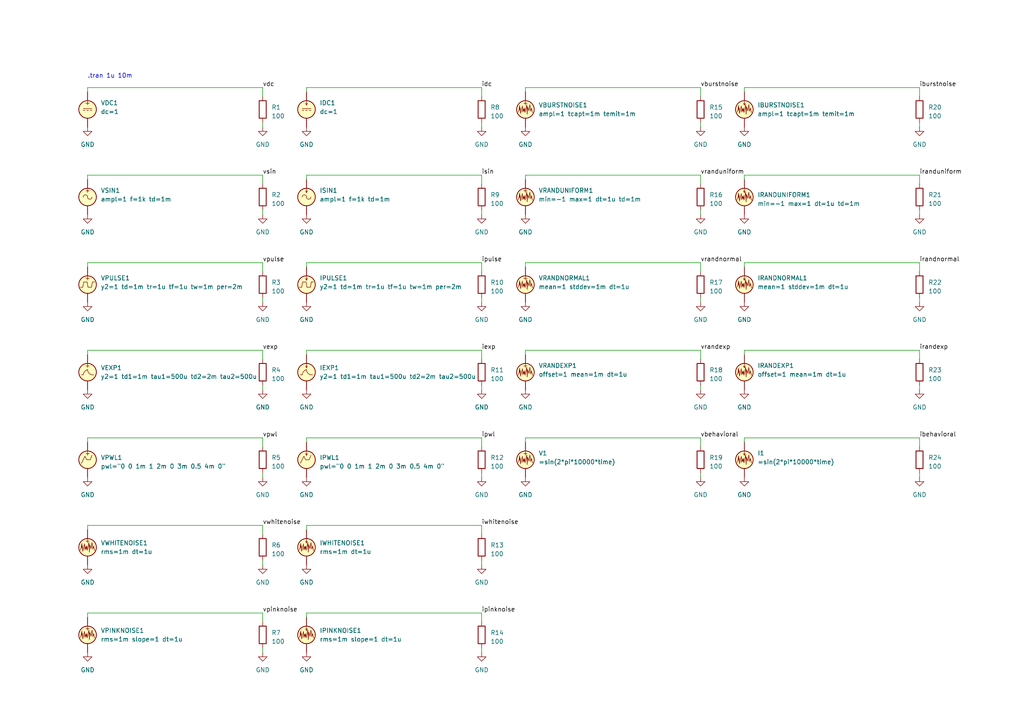
<source format=kicad_sch>
(kicad_sch (version 20220622) (generator eeschema)
  (paper "A4")
  (lib_symbols
    (symbol "Device:R" (pin_numbers hide) (pin_names (offset 0))
      (property "Reference" "R" (at 2.032 0 90))
      (property "Value" "R" (at 0 0 90))
      (symbol "R_0_1"
        (rectangle (start -1.016 -2.54) (end 1.016 2.54) (stroke (width 0.254)))
      )
      (symbol "R_1_1"
        (pin passive line (at 0 3.81 270) (length 1.27) (name "~") (number "1"))
        (pin passive line (at 0 -3.81 90) (length 1.27) (name "~") (number "2"))
      )
    )
    (symbol "Simulation_SPICE:IDC" (pin_numbers hide) (pin_names (offset 0.0254))
      (property "Reference" "I" (at 2.54 2.54 0))
      (property "Value" "IDC" (at 2.54 0 0))
      (property "Spice_Model" "dc(1)" (at 2.54 -2.54 0))
      (symbol "IDC_0_0"
        (polyline (pts (xy -1.27 0.254) (xy 1.27 0.254)))
        (polyline (pts (xy -0.762 -0.254) (xy -1.27 -0.254)))
        (polyline (pts (xy 0.254 -0.254) (xy -0.254 -0.254)))
        (polyline (pts (xy 1.27 -0.254) (xy 0.762 -0.254)))
      )
      (symbol "IDC_0_1"
        (polyline (pts (xy 0 1.27) (xy 0 2.286)))
        (polyline (pts (xy -0.254 1.778) (xy 0 1.27) (xy 0.254 1.778)))
        (circle (center 0 0) (radius 2.54) (stroke (width 0.254)) (fill (type background)))
      )
      (symbol "IDC_1_1"
        (pin passive line (at 0 5.08 270) (length 2.54) (name "~") (number "1"))
        (pin passive line (at 0 -5.08 90) (length 2.54) (name "~") (number "2"))
      )
    )
    (symbol "Simulation_SPICE:IEXP" (pin_numbers hide) (pin_names (offset 0.0254))
      (property "Reference" "I" (at 2.54 2.54 0))
      (property "Value" "IEXP" (at 2.54 0 0))
      (property "Spice_Model" "exp(0 1 2n 30n 60n 40n)" (at 2.54 -2.54 0))
      (symbol "IEXP_0_0"
        (polyline (pts (xy -1.27 -0.762) (xy -1.778 -0.762)))
        (polyline (pts (xy 1.27 -0.762) (xy 1.778 -0.762)))
        (arc (start 0 0.762) (mid -0.851 0.1794) (end -1.27 -0.762))
        (arc (start 0 0.762) (mid 0.3591 -0.2299) (end 1.27 -0.762))
      )
      (symbol "IEXP_0_1"
        (polyline (pts (xy 0 1.27) (xy 0 2.286)))
        (polyline (pts (xy -0.254 1.778) (xy 0 1.27) (xy 0.254 1.778)))
        (circle (center 0 0) (radius 2.54) (stroke (width 0.254)) (fill (type background)))
      )
      (symbol "IEXP_1_1"
        (pin passive line (at 0 5.08 270) (length 2.54) (name "~") (number "1"))
        (pin passive line (at 0 -5.08 90) (length 2.54) (name "~") (number "2"))
      )
    )
    (symbol "Simulation_SPICE:IPULSE" (pin_numbers hide) (pin_names (offset 0.0254))
      (property "Reference" "I" (at 2.54 2.54 0))
      (property "Value" "IPULSE" (at 2.54 0 0))
      (property "Spice_Model" "pulse(0 1 2n 2n 2n 50n 100n)" (at 2.54 -2.54 0))
      (symbol "IPULSE_0_0"
        (polyline (pts (xy -2.032 -0.762) (xy -1.397 -0.762) (xy -1.143 0.762) (xy -0.127 0.762) (xy 0.127 -0.762) (xy 1.143 -0.762) (xy 1.397 0.762) (xy 2.032 0.762)))
      )
      (symbol "IPULSE_0_1"
        (polyline (pts (xy 0 1.27) (xy 0 2.286)))
        (polyline (pts (xy -0.254 1.778) (xy 0 1.27) (xy 0.254 1.778)))
        (circle (center 0 0) (radius 2.54) (stroke (width 0.254)) (fill (type background)))
      )
      (symbol "IPULSE_1_1"
        (pin passive line (at 0 5.08 270) (length 2.54) (name "~") (number "1"))
        (pin passive line (at 0 -5.08 90) (length 2.54) (name "~") (number "2"))
      )
    )
    (symbol "Simulation_SPICE:IPWL" (pin_numbers hide) (pin_names (offset 0.0254))
      (property "Reference" "I" (at 2.54 2.54 0))
      (property "Value" "IPWL" (at 2.54 0 0))
      (property "Spice_Model" "pwl(0 -1 50n -1 51n 0 97n 1 171n -1 200n -1)" (at 2.54 -2.54 0))
      (symbol "IPWL_0_0"
        (polyline (pts (xy -1.778 -1.016) (xy -0.762 1.016) (xy -0.254 0) (xy 0.762 0) (xy 1.27 1.27)))
      )
      (symbol "IPWL_0_1"
        (polyline (pts (xy 0 1.27) (xy 0 2.286)))
        (polyline (pts (xy -0.254 1.778) (xy 0 1.27) (xy 0.254 1.778)))
        (circle (center 0 0) (radius 2.54) (stroke (width 0.254)) (fill (type background)))
      )
      (symbol "IPWL_1_1"
        (pin passive line (at 0 5.08 270) (length 2.54) (name "~") (number "1"))
        (pin passive line (at 0 -5.08 90) (length 2.54) (name "~") (number "2"))
      )
    )
    (symbol "Simulation_SPICE:ISIN" (pin_numbers hide) (pin_names (offset 0.0254))
      (property "Reference" "I" (at 2.54 2.54 0))
      (property "Value" "ISIN" (at 2.54 0 0))
      (property "Spice_Model" "sin(0 1 1k)" (at 2.54 -2.54 0))
      (symbol "ISIN_0_0"
        (arc (start 0 0) (mid -0.635 0.635) (end -1.27 0))
        (arc (start 0 0) (mid 0.635 -0.635) (end 1.27 0))
      )
      (symbol "ISIN_0_1"
        (polyline (pts (xy 0 1.27) (xy 0 2.286)))
        (polyline (pts (xy -0.254 1.778) (xy 0 1.27) (xy 0.254 1.778)))
        (circle (center 0 0) (radius 2.54) (stroke (width 0.254)) (fill (type background)))
      )
      (symbol "ISIN_1_1"
        (pin passive line (at 0 5.08 270) (length 2.54) (name "~") (number "1"))
        (pin passive line (at 0 -5.08 90) (length 2.54) (name "~") (number "2"))
      )
    )
    (symbol "Simulation_SPICE:ITRNOISE" (pin_numbers hide) (pin_names (offset 0.0254))
      (property "Reference" "I" (at 2.54 2.54 0))
      (property "Value" "ITRNOISE" (at 2.54 0 0))
      (property "Spice_Model" "trnoise(20n 0.5n 0 0)" (at 2.54 -2.54 0))
      (symbol "ITRNOISE_0_1"
        (polyline (pts (xy 0 1.27) (xy 0 2.286)))
        (polyline (pts (xy -0.254 1.778) (xy 0 1.27) (xy 0.254 1.778)))
        (polyline (pts (xy -2.032 -0.762) (xy -1.651 1.143) (xy -1.651 -0.254) (xy -1.524 0.508) (xy -1.397 -1.143) (xy -0.889 1.016) (xy -0.762 -0.762) (xy -0.508 0.254) (xy -0.381 -0.508) (xy -0.254 0.381) (xy -0.127 -0.889) (xy 0.381 1.397) (xy 0.508 -1.397) (xy 0.635 0.762) (xy 1.016 -0.381) (xy 1.27 1.397) (xy 1.524 -0.508) (xy 1.778 0.381) (xy 2.032 -0.889)))
        (circle (center 0 0) (radius 2.54) (stroke (width 0.254)) (fill (type background)))
      )
      (symbol "ITRNOISE_1_1"
        (pin passive line (at 0 5.08 270) (length 2.54) (name "~") (number "1"))
        (pin passive line (at 0 -5.08 90) (length 2.54) (name "~") (number "2"))
      )
    )
    (symbol "Simulation_SPICE:ITRRANDOM" (pin_numbers hide) (pin_names (offset 0.0254))
      (property "Reference" "I" (at 2.54 2.54 0))
      (property "Value" "ITRRANDOM" (at 2.54 0 0))
      (property "Spice_Model" "trrandom(2 10m 0 1)" (at 2.54 -2.54 0))
      (symbol "ITRRANDOM_0_1"
        (polyline (pts (xy 0 1.27) (xy 0 2.286)))
        (polyline (pts (xy -0.254 1.778) (xy 0 1.27) (xy 0.254 1.778)))
        (polyline (pts (xy -2.032 -0.762) (xy -1.651 1.143) (xy -1.651 -0.254) (xy -1.524 0.508) (xy -1.397 -1.143) (xy -0.889 1.016) (xy -0.762 -0.762) (xy -0.508 0.254) (xy -0.381 -0.508) (xy -0.254 0.381) (xy -0.127 -0.889) (xy 0.381 1.397) (xy 0.508 -1.397) (xy 0.635 0.762) (xy 1.016 -0.381) (xy 1.27 1.397) (xy 1.524 -0.508) (xy 1.778 0.381) (xy 2.032 -0.889)))
        (circle (center 0 0) (radius 2.54) (stroke (width 0.254)) (fill (type background)))
      )
      (symbol "ITRRANDOM_1_1"
        (pin passive line (at 0 5.08 270) (length 2.54) (name "~") (number "1"))
        (pin passive line (at 0 -5.08 90) (length 2.54) (name "~") (number "2"))
      )
    )
    (symbol "Simulation_SPICE:VDC" (pin_numbers hide) (pin_names (offset 0.0254))
      (property "Reference" "V" (at 2.54 2.54 0))
      (property "Value" "VDC" (at 2.54 0 0))
      (property "Spice_Model" "dc(1)" (at 2.54 -2.54 0))
      (symbol "VDC_0_0"
        (polyline (pts (xy -1.27 0.254) (xy 1.27 0.254)))
        (polyline (pts (xy -0.762 -0.254) (xy -1.27 -0.254)))
        (polyline (pts (xy 0.254 -0.254) (xy -0.254 -0.254)))
        (polyline (pts (xy 1.27 -0.254) (xy 0.762 -0.254)))
        (text "+" (at 0 1.905 0) (effects (font (size 1.27 1.27))))
      )
      (symbol "VDC_0_1"
        (circle (center 0 0) (radius 2.54) (stroke (width 0.254)) (fill (type background)))
      )
      (symbol "VDC_1_1"
        (pin passive line (at 0 5.08 270) (length 2.54) (name "~") (number "1"))
        (pin passive line (at 0 -5.08 90) (length 2.54) (name "~") (number "2"))
      )
    )
    (symbol "Simulation_SPICE:VEXP" (pin_numbers hide) (pin_names (offset 0.0254))
      (property "Reference" "V" (at 2.54 2.54 0))
      (property "Value" "VEXP" (at 2.54 0 0))
      (property "Spice_Model" "exp(0 1 2n 30n 60n 40n)" (at 2.54 -2.54 0))
      (symbol "VEXP_0_0"
        (polyline (pts (xy -1.27 -0.762) (xy -1.778 -0.762)))
        (polyline (pts (xy 1.27 -0.762) (xy 1.778 -0.762)))
        (arc (start 0 0.762) (mid -0.851 0.1794) (end -1.27 -0.762))
        (arc (start 0 0.762) (mid 0.3591 -0.2299) (end 1.27 -0.762))
        (text "+" (at 0 1.905 0) (effects (font (size 1.27 1.27))))
      )
      (symbol "VEXP_0_1"
        (circle (center 0 0) (radius 2.54) (stroke (width 0.254)) (fill (type background)))
      )
      (symbol "VEXP_1_1"
        (pin passive line (at 0 5.08 270) (length 2.54) (name "~") (number "1"))
        (pin passive line (at 0 -5.08 90) (length 2.54) (name "~") (number "2"))
      )
    )
    (symbol "Simulation_SPICE:VPULSE" (pin_numbers hide) (pin_names (offset 0.0254))
      (property "Reference" "V" (at 2.54 2.54 0))
      (property "Value" "VPULSE" (at 2.54 0 0))
      (property "Spice_Model" "pulse(0 1 2n 2n 2n 50n 100n)" (at 2.54 -2.54 0))
      (symbol "VPULSE_0_0"
        (polyline (pts (xy -2.032 -0.762) (xy -1.397 -0.762) (xy -1.143 0.762) (xy -0.127 0.762) (xy 0.127 -0.762) (xy 1.143 -0.762) (xy 1.397 0.762) (xy 2.032 0.762)))
        (text "+" (at 0 1.905 0) (effects (font (size 1.27 1.27))))
      )
      (symbol "VPULSE_0_1"
        (circle (center 0 0) (radius 2.54) (stroke (width 0.254)) (fill (type background)))
      )
      (symbol "VPULSE_1_1"
        (pin passive line (at 0 5.08 270) (length 2.54) (name "~") (number "1"))
        (pin passive line (at 0 -5.08 90) (length 2.54) (name "~") (number "2"))
      )
    )
    (symbol "Simulation_SPICE:VPWL" (pin_numbers hide) (pin_names (offset 0.0254))
      (property "Reference" "V" (at 2.54 2.54 0))
      (property "Value" "VPWL" (at 2.54 0 0))
      (property "Spice_Model" "pwl(0 -1 50n -1 51n 0 97n 1 171n -1 200n -1)" (at 2.54 -2.54 0))
      (symbol "VPWL_0_0"
        (polyline (pts (xy -1.778 -1.016) (xy -0.762 1.016) (xy -0.254 0) (xy 0.762 0) (xy 1.27 1.27)))
        (text "+" (at 0 1.905 0) (effects (font (size 1.27 1.27))))
      )
      (symbol "VPWL_0_1"
        (circle (center 0 0) (radius 2.54) (stroke (width 0.254)) (fill (type background)))
      )
      (symbol "VPWL_1_1"
        (pin passive line (at 0 5.08 270) (length 2.54) (name "~") (number "1"))
        (pin passive line (at 0 -5.08 90) (length 2.54) (name "~") (number "2"))
      )
    )
    (symbol "Simulation_SPICE:VSIN" (pin_numbers hide) (pin_names (offset 0.0254))
      (property "Reference" "V" (at 2.54 2.54 0))
      (property "Value" "VSIN" (at 2.54 0 0))
      (property "Spice_Model" "sin(0 1 1k)" (at 2.54 -2.54 0))
      (symbol "VSIN_0_0"
        (arc (start 0 0) (mid -0.635 0.635) (end -1.27 0))
        (arc (start 0 0) (mid 0.635 -0.635) (end 1.27 0))
        (text "+" (at 0 1.905 0) (effects (font (size 1.27 1.27))))
      )
      (symbol "VSIN_0_1"
        (circle (center 0 0) (radius 2.54) (stroke (width 0.254)) (fill (type background)))
      )
      (symbol "VSIN_1_1"
        (pin passive line (at 0 5.08 270) (length 2.54) (name "~") (number "1"))
        (pin passive line (at 0 -5.08 90) (length 2.54) (name "~") (number "2"))
      )
    )
    (symbol "Simulation_SPICE:VTRNOISE" (pin_numbers hide) (pin_names (offset 0.0254))
      (property "Reference" "V" (at 2.54 2.54 0))
      (property "Value" "VTRNOISE" (at 2.54 0 0))
      (property "Spice_Model" "trnoise(20n 0.5n 0 0)" (at 2.54 -2.54 0))
      (symbol "VTRNOISE_0_0"
        (text "+" (at 0 1.905 0) (effects (font (size 1.27 1.27))))
      )
      (symbol "VTRNOISE_0_1"
        (polyline (pts (xy -2.032 -0.762) (xy -1.651 1.143) (xy -1.651 -0.254) (xy -1.524 0.508) (xy -1.397 -1.143) (xy -0.889 1.016) (xy -0.762 -0.762) (xy -0.508 0.254) (xy -0.381 -0.508) (xy -0.254 0.381) (xy -0.127 -0.889) (xy 0.381 1.397) (xy 0.508 -1.397) (xy 0.635 0.762) (xy 1.016 -0.381) (xy 1.27 1.397) (xy 1.524 -0.508) (xy 1.778 0.381) (xy 2.032 -0.889)))
        (circle (center 0 0) (radius 2.54) (stroke (width 0.254)) (fill (type background)))
      )
      (symbol "VTRNOISE_1_1"
        (pin passive line (at 0 5.08 270) (length 2.54) (name "~") (number "1"))
        (pin passive line (at 0 -5.08 90) (length 2.54) (name "~") (number "2"))
      )
    )
    (symbol "Simulation_SPICE:VTRRANDOM" (pin_numbers hide) (pin_names (offset 0.0254))
      (property "Reference" "V" (at 2.54 2.54 0))
      (property "Value" "VTRRANDOM" (at 2.54 0 0))
      (property "Spice_Model" "trrandom(2 10m 0 1)" (at 2.54 -2.54 0))
      (symbol "VTRRANDOM_0_0"
        (text "+" (at 0 1.905 0) (effects (font (size 1.27 1.27))))
      )
      (symbol "VTRRANDOM_0_1"
        (polyline (pts (xy -2.032 -0.762) (xy -1.651 1.143) (xy -1.651 -0.254) (xy -1.524 0.508) (xy -1.397 -1.143) (xy -0.889 1.016) (xy -0.762 -0.762) (xy -0.508 0.254) (xy -0.381 -0.508) (xy -0.254 0.381) (xy -0.127 -0.889) (xy 0.381 1.397) (xy 0.508 -1.397) (xy 0.635 0.762) (xy 1.016 -0.381) (xy 1.27 1.397) (xy 1.524 -0.508) (xy 1.778 0.381) (xy 2.032 -0.889)))
        (circle (center 0 0) (radius 2.54) (stroke (width 0.254)) (fill (type background)))
      )
      (symbol "VTRRANDOM_1_1"
        (pin passive line (at 0 5.08 270) (length 2.54) (name "~") (number "1"))
        (pin passive line (at 0 -5.08 90) (length 2.54) (name "~") (number "2"))
      )
    )
    (symbol "power:GND" (power) (pin_names (offset 0))
      (property "Value" "GND" (at 0 -3.81 0))
      (symbol "GND_0_1"
        (polyline (pts (xy 0 0) (xy 0 -1.27) (xy 1.27 -1.27) (xy 0 -2.54) (xy -1.27 -1.27) (xy 0 -1.27)))
      )
      (symbol "GND_1_1"
        (pin power_in line (at 0 0 270) (length 0) hide (name "GND") (number "1"))
      )
    )
  )
  (wire (pts (xy 215.9 25.4) (xy 266.7 25.4)))
  (wire (pts (xy 76.2 127) (xy 76.2 129.54)))
  (wire (pts (xy 266.7 60.96) (xy 266.7 62.23)))
  (wire (pts (xy 266.7 50.8) (xy 266.7 53.34)))
  (wire (pts (xy 203.2 25.4) (xy 203.2 27.94)))
  (wire (pts (xy 203.2 86.36) (xy 203.2 87.63)))
  (wire (pts (xy 139.7 60.96) (xy 139.7 62.23)))
  (wire (pts (xy 76.2 111.76) (xy 76.2 113.03)))
  (wire (pts (xy 88.9 25.4) (xy 88.9 26.67)))
  (wire (pts (xy 203.2 137.16) (xy 203.2 138.43)))
  (wire (pts (xy 76.2 76.2) (xy 76.2 78.74)))
  (wire (pts (xy 139.7 162.56) (xy 139.7 163.83)))
  (wire (pts (xy 139.7 101.6) (xy 139.7 104.14)))
  (wire (pts (xy 76.2 86.36) (xy 76.2 87.63)))
  (wire (pts (xy 215.9 76.2) (xy 266.7 76.2)))
  (wire (pts (xy 88.9 50.8) (xy 139.7 50.8)))
  (wire (pts (xy 25.4 152.4) (xy 76.2 152.4)))
  (wire (pts (xy 76.2 162.56) (xy 76.2 163.83)))
  (wire (pts (xy 215.9 25.4) (xy 215.9 26.67)))
  (wire (pts (xy 76.2 101.6) (xy 76.2 104.14)))
  (wire (pts (xy 25.4 101.6) (xy 25.4 102.87)))
  (wire (pts (xy 76.2 177.8) (xy 76.2 180.34)))
  (wire (pts (xy 215.9 101.6) (xy 266.7 101.6)))
  (wire (pts (xy 139.7 25.4) (xy 139.7 27.94)))
  (wire (pts (xy 88.9 177.8) (xy 88.9 179.07)))
  (wire (pts (xy 139.7 35.56) (xy 139.7 36.83)))
  (wire (pts (xy 25.4 177.8) (xy 76.2 177.8)))
  (wire (pts (xy 76.2 50.8) (xy 76.2 53.34)))
  (wire (pts (xy 76.2 137.16) (xy 76.2 138.43)))
  (wire (pts (xy 88.9 152.4) (xy 88.9 153.67)))
  (wire (pts (xy 152.4 25.4) (xy 203.2 25.4)))
  (wire (pts (xy 152.4 25.4) (xy 152.4 26.67)))
  (wire (pts (xy 152.4 76.2) (xy 203.2 76.2)))
  (wire (pts (xy 215.9 101.6) (xy 215.9 102.87)))
  (wire (pts (xy 25.4 76.2) (xy 76.2 76.2)))
  (wire (pts (xy 203.2 50.8) (xy 203.2 53.34)))
  (wire (pts (xy 25.4 25.4) (xy 25.4 26.67)))
  (wire (pts (xy 88.9 76.2) (xy 88.9 77.47)))
  (wire (pts (xy 266.7 111.76) (xy 266.7 113.03)))
  (wire (pts (xy 152.4 101.6) (xy 203.2 101.6)))
  (wire (pts (xy 139.7 111.76) (xy 139.7 113.03)))
  (wire (pts (xy 203.2 111.76) (xy 203.2 113.03)))
  (wire (pts (xy 215.9 127) (xy 266.7 127)))
  (wire (pts (xy 88.9 50.8) (xy 88.9 52.07)))
  (wire (pts (xy 76.2 152.4) (xy 76.2 154.94)))
  (wire (pts (xy 266.7 86.36) (xy 266.7 87.63)))
  (wire (pts (xy 203.2 35.56) (xy 203.2 36.83)))
  (wire (pts (xy 152.4 101.6) (xy 152.4 102.87)))
  (wire (pts (xy 139.7 127) (xy 139.7 129.54)))
  (wire (pts (xy 139.7 177.8) (xy 139.7 180.34)))
  (wire (pts (xy 139.7 137.16) (xy 139.7 138.43)))
  (wire (pts (xy 152.4 127) (xy 203.2 127)))
  (wire (pts (xy 88.9 177.8) (xy 139.7 177.8)))
  (wire (pts (xy 25.4 127) (xy 25.4 128.27)))
  (wire (pts (xy 139.7 187.96) (xy 139.7 189.23)))
  (wire (pts (xy 266.7 35.56) (xy 266.7 36.83)))
  (wire (pts (xy 266.7 127) (xy 266.7 129.54)))
  (wire (pts (xy 152.4 50.8) (xy 203.2 50.8)))
  (wire (pts (xy 139.7 86.36) (xy 139.7 87.63)))
  (wire (pts (xy 76.2 25.4) (xy 76.2 27.94)))
  (wire (pts (xy 215.9 50.8) (xy 215.9 52.07)))
  (wire (pts (xy 203.2 76.2) (xy 203.2 78.74)))
  (wire (pts (xy 152.4 50.8) (xy 152.4 52.07)))
  (wire (pts (xy 88.9 25.4) (xy 139.7 25.4)))
  (wire (pts (xy 215.9 76.2) (xy 215.9 77.47)))
  (wire (pts (xy 88.9 127) (xy 139.7 127)))
  (wire (pts (xy 25.4 177.8) (xy 25.4 179.07)))
  (wire (pts (xy 139.7 50.8) (xy 139.7 53.34)))
  (wire (pts (xy 88.9 101.6) (xy 139.7 101.6)))
  (wire (pts (xy 266.7 137.16) (xy 266.7 138.43)))
  (wire (pts (xy 152.4 127) (xy 152.4 128.27)))
  (wire (pts (xy 25.4 101.6) (xy 76.2 101.6)))
  (wire (pts (xy 25.4 50.8) (xy 25.4 52.07)))
  (wire (pts (xy 76.2 60.96) (xy 76.2 62.23)))
  (wire (pts (xy 139.7 152.4) (xy 139.7 154.94)))
  (wire (pts (xy 152.4 76.2) (xy 152.4 77.47)))
  (wire (pts (xy 215.9 50.8) (xy 266.7 50.8)))
  (wire (pts (xy 266.7 25.4) (xy 266.7 27.94)))
  (wire (pts (xy 88.9 152.4) (xy 139.7 152.4)))
  (wire (pts (xy 76.2 187.96) (xy 76.2 189.23)))
  (wire (pts (xy 76.2 35.56) (xy 76.2 36.83)))
  (wire (pts (xy 25.4 25.4) (xy 76.2 25.4)))
  (wire (pts (xy 203.2 60.96) (xy 203.2 62.23)))
  (wire (pts (xy 88.9 101.6) (xy 88.9 102.87)))
  (wire (pts (xy 25.4 127) (xy 76.2 127)))
  (wire (pts (xy 203.2 127) (xy 203.2 129.54)))
  (wire (pts (xy 266.7 101.6) (xy 266.7 104.14)))
  (wire (pts (xy 266.7 76.2) (xy 266.7 78.74)))
  (wire (pts (xy 25.4 76.2) (xy 25.4 77.47)))
  (wire (pts (xy 88.9 76.2) (xy 139.7 76.2)))
  (wire (pts (xy 25.4 152.4) (xy 25.4 153.67)))
  (wire (pts (xy 203.2 101.6) (xy 203.2 104.14)))
  (wire (pts (xy 139.7 76.2) (xy 139.7 78.74)))
  (wire (pts (xy 88.9 127) (xy 88.9 128.27)))
  (wire (pts (xy 25.4 50.8) (xy 76.2 50.8)))
  (wire (pts (xy 215.9 127) (xy 215.9 128.27)))
  (text ".tran 1u 10m" (at 25.4 22.86 0) (effects (font (size 1.27 1.27)) (justify left bottom)))
  (label "vranduniform" (at 203.2 50.8 0))
  (label "irandnormal" (at 266.7 76.2 0))
  (label "irandexp" (at 266.7 101.6 0))
  (label "iranduniform" (at 266.7 50.8 0))
  (label "vpinknoise" (at 76.2 177.8 0))
  (label "vbehavioral" (at 203.2 127 0))
  (label "vpulse" (at 76.2 76.2 0))
  (label "iburstnoise" (at 266.7 25.4 0))
  (label "vpwl" (at 76.2 127 0))
  (label "vwhitenoise" (at 76.2 152.4 0))
  (label "ibehavioral" (at 266.7 127 0))
  (label "ipwl" (at 139.7 127 0))
  (label "idc" (at 139.7 25.4 0))
  (label "vsin" (at 76.2 50.8 0))
  (label "vdc" (at 76.2 25.4 0))
  (label "isin" (at 139.7 50.8 0))
  (label "vburstnoise" (at 203.2 25.4 0))
  (label "iwhitenoise" (at 139.7 152.4 0))
  (label "vrandexp" (at 203.2 101.6 0))
  (label "vexp" (at 76.2 101.6 0))
  (label "ipulse" (at 139.7 76.2 0))
  (label "ipinknoise" (at 139.7 177.8 0))
  (label "iexp" (at 139.7 101.6 0))
  (label "vrandnormal" (at 203.2 76.2 0))
  (symbol (lib_id "Device:R") (at 76.2 184.15 0) (unit 1)
    (default_instance (reference "R") (unit 1) (value "R") (footprint ""))
    (property "Reference" "R7" (at 78.74 183.515 0) (effects (justify left)))
    (property "Value" "100" (at 78.74 186.055 0) (effects (justify left)))
  )
  (symbol (lib_id "power:GND") (at 76.2 189.23 0) (unit 1)
    (default_instance (reference "#PWR") (unit 1) (value "GND") (footprint ""))
    (property "Reference" "#PWR014" (effects hide))
    (property "Value" "GND" (at 76.2 194.31 0))
  )
  (symbol (lib_id "Simulation_SPICE:VTRNOISE") (at 25.4 158.75 0) (unit 1)
    (default_instance (reference "V") (unit 1) (value "VTRNOISE") (footprint ""))
    (property "Reference" "VWHITENOISE1" (at 29.21 157.48 0) (effects (justify left)))
    (property "Value" "rms=1m dt=1u" (at 29.21 160.02 0) (effects (justify left)))
  )
  (symbol (lib_id "power:GND") (at 76.2 36.83 0) (unit 1)
    (default_instance (reference "#PWR") (unit 1) (value "GND") (footprint ""))
    (property "Reference" "#PWR08" (effects hide))
    (property "Value" "GND" (at 76.2 41.91 0))
  )
  (symbol (lib_id "Simulation_SPICE:VSIN") (at 25.4 57.15 0) (unit 1)
    (default_instance (reference "V") (unit 1) (value "VSIN") (footprint ""))
    (property "Reference" "VSIN1" (at 29.21 55.245 0) (effects (justify left)))
    (property "Value" "ampl=1 f=1k td=1m" (at 29.21 57.785 0) (effects (justify left)))
  )
  (symbol (lib_id "Device:R") (at 76.2 57.15 0) (unit 1)
    (default_instance (reference "R") (unit 1) (value "R") (footprint ""))
    (property "Reference" "R2" (at 78.74 56.515 0) (effects (justify left)))
    (property "Value" "100" (at 78.74 59.055 0) (effects (justify left)))
  )
  (symbol (lib_id "Device:R") (at 266.7 82.55 0) (unit 1)
    (default_instance (reference "R") (unit 1) (value "R") (footprint ""))
    (property "Reference" "R22" (at 269.24 81.915 0) (effects (justify left)))
    (property "Value" "100" (at 269.24 84.455 0) (effects (justify left)))
  )
  (symbol (lib_id "power:GND") (at 139.7 113.03 0) (unit 1)
    (default_instance (reference "#PWR") (unit 1) (value "GND") (footprint ""))
    (property "Reference" "#PWR025" (effects hide))
    (property "Value" "GND" (at 139.7 118.11 0))
  )
  (symbol (lib_id "Device:R") (at 139.7 57.15 0) (unit 1)
    (default_instance (reference "R") (unit 1) (value "R") (footprint ""))
    (property "Reference" "R9" (at 142.24 56.515 0) (effects (justify left)))
    (property "Value" "100" (at 142.24 59.055 0) (effects (justify left)))
  )
  (symbol (lib_id "power:GND") (at 139.7 62.23 0) (unit 1)
    (default_instance (reference "#PWR") (unit 1) (value "GND") (footprint ""))
    (property "Reference" "#PWR023" (effects hide))
    (property "Value" "GND" (at 139.7 67.31 0))
  )
  (symbol (lib_id "Device:R") (at 76.2 107.95 0) (unit 1)
    (default_instance (reference "R") (unit 1) (value "R") (footprint ""))
    (property "Reference" "R4" (at 78.74 107.315 0) (effects (justify left)))
    (property "Value" "100" (at 78.74 109.855 0) (effects (justify left)))
  )
  (symbol (lib_id "power:GND") (at 266.7 113.03 0) (unit 1)
    (default_instance (reference "#PWR") (unit 1) (value "GND") (footprint ""))
    (property "Reference" "#PWR047" (effects hide))
    (property "Value" "GND" (at 266.7 118.11 0))
  )
  (symbol (lib_id "power:GND") (at 25.4 163.83 0) (unit 1)
    (default_instance (reference "#PWR") (unit 1) (value "GND") (footprint ""))
    (property "Reference" "#PWR06" (effects hide))
    (property "Value" "GND" (at 25.4 168.91 0))
  )
  (symbol (lib_id "power:GND") (at 215.9 87.63 0) (unit 1)
    (default_instance (reference "#PWR") (unit 1) (value "GND") (footprint ""))
    (property "Reference" "#PWR041" (effects hide))
    (property "Value" "GND" (at 215.9 92.71 0))
  )
  (symbol (lib_id "Device:R") (at 139.7 184.15 0) (unit 1)
    (default_instance (reference "R") (unit 1) (value "R") (footprint ""))
    (property "Reference" "R14" (at 142.24 183.515 0) (effects (justify left)))
    (property "Value" "100" (at 142.24 186.055 0) (effects (justify left)))
  )
  (symbol (lib_id "Device:R") (at 139.7 82.55 0) (unit 1)
    (default_instance (reference "R") (unit 1) (value "R") (footprint ""))
    (property "Reference" "R10" (at 142.24 81.915 0) (effects (justify left)))
    (property "Value" "100" (at 142.24 84.455 0) (effects (justify left)))
  )
  (symbol (lib_id "power:GND") (at 76.2 62.23 0) (unit 1)
    (default_instance (reference "#PWR") (unit 1) (value "GND") (footprint ""))
    (property "Reference" "#PWR09" (effects hide))
    (property "Value" "GND" (at 76.2 67.31 0))
  )
  (symbol (lib_id "Simulation_SPICE:ITRNOISE") (at 88.9 184.15 0) (unit 1)
    (default_instance (reference "I") (unit 1) (value "ITRNOISE") (footprint ""))
    (property "Reference" "IPINKNOISE1" (at 92.71 182.88 0) (effects (justify left)))
    (property "Value" "rms=1m slope=1 dt=1u" (at 92.71 185.42 0) (effects (justify left)))
  )
  (symbol (lib_id "Device:R") (at 203.2 82.55 0) (unit 1)
    (default_instance (reference "R") (unit 1) (value "R") (footprint ""))
    (property "Reference" "R17" (at 205.74 81.915 0) (effects (justify left)))
    (property "Value" "100" (at 205.74 84.455 0) (effects (justify left)))
  )
  (symbol (lib_id "Simulation_SPICE:ITRNOISE") (at 215.9 31.75 0) (unit 1)
    (default_instance (reference "I") (unit 1) (value "ITRNOISE") (footprint ""))
    (property "Reference" "IBURSTNOISE1" (at 219.71 30.48 0) (effects (justify left)))
    (property "Value" "ampl=1 tcapt=1m temit=1m" (at 219.71 33.02 0) (effects (justify left)))
  )
  (symbol (lib_id "power:GND") (at 152.4 138.43 0) (unit 1)
    (default_instance (reference "#PWR") (unit 1) (value "GND") (footprint ""))
    (property "Reference" "#PWR033" (effects hide))
    (property "Value" "GND" (at 152.4 143.51 0))
  )
  (symbol (lib_id "Simulation_SPICE:ISIN") (at 88.9 57.15 0) (unit 1)
    (default_instance (reference "I") (unit 1) (value "ISIN") (footprint ""))
    (property "Reference" "ISIN1" (at 92.71 55.245 0) (effects (justify left)))
    (property "Value" "ampl=1 f=1k td=1m" (at 92.71 57.785 0) (effects (justify left)))
  )
  (symbol (lib_id "Simulation_SPICE:VDC") (at 25.4 31.75 0) (unit 1)
    (default_instance (reference "V") (unit 1) (value "VDC") (footprint ""))
    (property "Reference" "VDC1" (at 29.21 29.845 0) (effects (justify left)))
    (property "Value" "dc=1" (at 29.21 32.385 0) (effects (justify left)))
  )
  (symbol (lib_id "power:GND") (at 139.7 87.63 0) (unit 1)
    (default_instance (reference "#PWR") (unit 1) (value "GND") (footprint ""))
    (property "Reference" "#PWR024" (effects hide))
    (property "Value" "GND" (at 139.7 92.71 0))
  )
  (symbol (lib_id "power:GND") (at 215.9 62.23 0) (unit 1)
    (default_instance (reference "#PWR") (unit 1) (value "GND") (footprint ""))
    (property "Reference" "#PWR040" (effects hide))
    (property "Value" "GND" (at 215.9 67.31 0))
  )
  (symbol (lib_id "Device:R") (at 266.7 107.95 0) (unit 1)
    (default_instance (reference "R") (unit 1) (value "R") (footprint ""))
    (property "Reference" "R23" (at 269.24 107.315 0) (effects (justify left)))
    (property "Value" "100" (at 269.24 109.855 0) (effects (justify left)))
  )
  (symbol (lib_id "power:GND") (at 266.7 36.83 0) (unit 1)
    (default_instance (reference "#PWR") (unit 1) (value "GND") (footprint ""))
    (property "Reference" "#PWR044" (effects hide))
    (property "Value" "GND" (at 266.7 41.91 0))
  )
  (symbol (lib_id "Simulation_SPICE:ITRRANDOM") (at 215.9 82.55 0) (unit 1)
    (default_instance (reference "I") (unit 1) (value "ITRRANDOM") (footprint ""))
    (property "Reference" "IRANDNORMAL1" (at 219.71 80.645 0) (effects (justify left)))
    (property "Value" "mean=1 stddev=1m dt=1u" (at 219.71 83.185 0) (effects (justify left)))
  )
  (symbol (lib_id "Simulation_SPICE:VTRNOISE") (at 152.4 31.75 0) (unit 1)
    (default_instance (reference "V") (unit 1) (value "VTRNOISE") (footprint ""))
    (property "Reference" "VBURSTNOISE1" (at 156.21 30.48 0) (effects (justify left)))
    (property "Value" "ampl=1 tcapt=1m temit=1m" (at 156.21 33.02 0) (effects (justify left)))
  )
  (symbol (lib_id "Simulation_SPICE:IPULSE") (at 88.9 82.55 0) (unit 1)
    (default_instance (reference "I") (unit 1) (value "IPULSE") (footprint ""))
    (property "Reference" "IPULSE1" (at 92.71 80.645 0) (effects (justify left)))
    (property "Value" "y2=1 td=1m tr=1u tf=1u tw=1m per=2m" (at 92.71 83.185 0) (effects (justify left)))
  )
  (symbol (lib_id "power:GND") (at 203.2 113.03 0) (unit 1)
    (default_instance (reference "#PWR") (unit 1) (value "GND") (footprint ""))
    (property "Reference" "#PWR037" (effects hide))
    (property "Value" "GND" (at 203.2 118.11 0))
  )
  (symbol (lib_id "Simulation_SPICE:ITRNOISE") (at 88.9 158.75 0) (unit 1)
    (default_instance (reference "I") (unit 1) (value "ITRNOISE") (footprint ""))
    (property "Reference" "IWHITENOISE1" (at 92.71 157.48 0) (effects (justify left)))
    (property "Value" "rms=1m dt=1u" (at 92.71 160.02 0) (effects (justify left)))
  )
  (symbol (lib_id "Device:R") (at 76.2 82.55 0) (unit 1)
    (default_instance (reference "R") (unit 1) (value "R") (footprint ""))
    (property "Reference" "R3" (at 78.74 81.915 0) (effects (justify left)))
    (property "Value" "100" (at 78.74 84.455 0) (effects (justify left)))
  )
  (symbol (lib_id "Simulation_SPICE:IEXP") (at 88.9 107.95 0) (unit 1)
    (default_instance (reference "I") (unit 1) (value "IEXP") (footprint ""))
    (property "Reference" "IEXP1" (at 92.71 106.68 0) (effects (justify left)))
    (property "Value" "y2=1 td1=1m tau1=500u td2=2m tau2=500u" (at 92.71 109.22 0) (effects (justify left)))
  )
  (symbol (lib_id "Device:R") (at 139.7 31.75 0) (unit 1)
    (default_instance (reference "R") (unit 1) (value "R") (footprint ""))
    (property "Reference" "R8" (at 142.24 31.115 0) (effects (justify left)))
    (property "Value" "100" (at 142.24 33.655 0) (effects (justify left)))
  )
  (symbol (lib_id "power:GND") (at 203.2 62.23 0) (unit 1)
    (default_instance (reference "#PWR") (unit 1) (value "GND") (footprint ""))
    (property "Reference" "#PWR035" (effects hide))
    (property "Value" "GND" (at 203.2 67.31 0))
  )
  (symbol (lib_id "Device:R") (at 203.2 107.95 0) (unit 1)
    (default_instance (reference "R") (unit 1) (value "R") (footprint ""))
    (property "Reference" "R18" (at 205.74 107.315 0) (effects (justify left)))
    (property "Value" "100" (at 205.74 109.855 0) (effects (justify left)))
  )
  (symbol (lib_id "power:GND") (at 215.9 113.03 0) (unit 1)
    (default_instance (reference "#PWR") (unit 1) (value "GND") (footprint ""))
    (property "Reference" "#PWR042" (effects hide))
    (property "Value" "GND" (at 215.9 118.11 0))
  )
  (symbol (lib_id "power:GND") (at 152.4 62.23 0) (unit 1)
    (default_instance (reference "#PWR") (unit 1) (value "GND") (footprint ""))
    (property "Reference" "#PWR030" (effects hide))
    (property "Value" "GND" (at 152.4 67.31 0))
  )
  (symbol (lib_id "Simulation_SPICE:VTRRANDOM") (at 152.4 82.55 0) (unit 1)
    (default_instance (reference "V") (unit 1) (value "VTRRANDOM") (footprint ""))
    (property "Reference" "VRANDNORMAL1" (at 156.21 80.645 0) (effects (justify left)))
    (property "Value" "mean=1 stddev=1m dt=1u" (at 156.21 83.185 0) (effects (justify left)))
  )
  (symbol (lib_id "Simulation_SPICE:ITRRANDOM") (at 215.9 57.15 0) (unit 1)
    (default_instance (reference "I") (unit 1) (value "ITRRANDOM") (footprint ""))
    (property "Reference" "IRANDUNIFORM1" (at 219.71 56.515 0) (effects (justify left)))
    (property "Value" "min=-1 max=1 dt=1u td=1m" (at 219.71 59.055 0) (effects (justify left)))
  )
  (symbol (lib_id "power:GND") (at 266.7 87.63 0) (unit 1)
    (default_instance (reference "#PWR") (unit 1) (value "GND") (footprint ""))
    (property "Reference" "#PWR046" (effects hide))
    (property "Value" "GND" (at 266.7 92.71 0))
  )
  (symbol (lib_id "Device:R") (at 203.2 31.75 0) (unit 1)
    (default_instance (reference "R") (unit 1) (value "R") (footprint ""))
    (property "Reference" "R15" (at 205.74 31.115 0) (effects (justify left)))
    (property "Value" "100" (at 205.74 33.655 0) (effects (justify left)))
  )
  (symbol (lib_id "power:GND") (at 76.2 138.43 0) (unit 1)
    (default_instance (reference "#PWR") (unit 1) (value "GND") (footprint ""))
    (property "Reference" "#PWR012" (effects hide))
    (property "Value" "GND" (at 76.2 143.51 0))
  )
  (symbol (lib_id "power:GND") (at 88.9 87.63 0) (unit 1)
    (default_instance (reference "#PWR") (unit 1) (value "GND") (footprint ""))
    (property "Reference" "#PWR017" (effects hide))
    (property "Value" "GND" (at 88.9 92.71 0))
  )
  (symbol (lib_id "power:GND") (at 25.4 36.83 0) (unit 1)
    (default_instance (reference "#PWR") (unit 1) (value "GND") (footprint ""))
    (property "Reference" "#PWR01" (effects hide))
    (property "Value" "GND" (at 25.4 41.91 0))
  )
  (symbol (lib_id "power:GND") (at 152.4 87.63 0) (unit 1)
    (default_instance (reference "#PWR") (unit 1) (value "GND") (footprint ""))
    (property "Reference" "#PWR031" (effects hide))
    (property "Value" "GND" (at 152.4 92.71 0))
  )
  (symbol (lib_id "Device:R") (at 266.7 133.35 0) (unit 1)
    (default_instance (reference "R") (unit 1) (value "R") (footprint ""))
    (property "Reference" "R24" (at 269.24 132.715 0) (effects (justify left)))
    (property "Value" "100" (at 269.24 135.255 0) (effects (justify left)))
  )
  (symbol (lib_id "power:GND") (at 152.4 36.83 0) (unit 1)
    (default_instance (reference "#PWR") (unit 1) (value "GND") (footprint ""))
    (property "Reference" "#PWR029" (effects hide))
    (property "Value" "GND" (at 152.4 41.91 0))
  )
  (symbol (lib_id "power:GND") (at 203.2 138.43 0) (unit 1)
    (default_instance (reference "#PWR") (unit 1) (value "GND") (footprint ""))
    (property "Reference" "#PWR038" (effects hide))
    (property "Value" "GND" (at 203.2 143.51 0))
  )
  (symbol (lib_id "Device:R") (at 266.7 31.75 0) (unit 1)
    (default_instance (reference "R") (unit 1) (value "R") (footprint ""))
    (property "Reference" "R20" (at 269.24 31.115 0) (effects (justify left)))
    (property "Value" "100" (at 269.24 33.655 0) (effects (justify left)))
  )
  (symbol (lib_id "Simulation_SPICE:ITRRANDOM") (at 215.9 133.35 0) (unit 1)
    (default_instance (reference "I") (unit 1) (value "ITRRANDOM") (footprint ""))
    (property "Reference" "I1" (at 219.71 131.445 0) (effects (justify left)))
    (property "Value" "=sin(2*pi*10000*time)" (at 219.71 133.985 0) (effects (justify left)))
  )
  (symbol (lib_id "power:GND") (at 88.9 189.23 0) (unit 1)
    (default_instance (reference "#PWR") (unit 1) (value "GND") (footprint ""))
    (property "Reference" "#PWR021" (effects hide))
    (property "Value" "GND" (at 88.9 194.31 0))
  )
  (symbol (lib_id "power:GND") (at 25.4 113.03 0) (unit 1)
    (default_instance (reference "#PWR") (unit 1) (value "GND") (footprint ""))
    (property "Reference" "#PWR04" (effects hide))
    (property "Value" "GND" (at 25.4 118.11 0))
  )
  (symbol (lib_id "Simulation_SPICE:VTRRANDOM") (at 152.4 107.95 0) (unit 1)
    (default_instance (reference "V") (unit 1) (value "VTRRANDOM") (footprint ""))
    (property "Reference" "VRANDEXP1" (at 156.21 106.045 0) (effects (justify left)))
    (property "Value" "offset=1 mean=1m dt=1u" (at 156.21 108.585 0) (effects (justify left)))
  )
  (symbol (lib_id "power:GND") (at 88.9 36.83 0) (unit 1)
    (default_instance (reference "#PWR") (unit 1) (value "GND") (footprint ""))
    (property "Reference" "#PWR015" (effects hide))
    (property "Value" "GND" (at 88.9 41.91 0))
  )
  (symbol (lib_id "power:GND") (at 266.7 138.43 0) (unit 1)
    (default_instance (reference "#PWR") (unit 1) (value "GND") (footprint ""))
    (property "Reference" "#PWR048" (effects hide))
    (property "Value" "GND" (at 266.7 143.51 0))
  )
  (symbol (lib_id "Device:R") (at 266.7 57.15 0) (unit 1)
    (default_instance (reference "R") (unit 1) (value "R") (footprint ""))
    (property "Reference" "R21" (at 269.24 56.515 0) (effects (justify left)))
    (property "Value" "100" (at 269.24 59.055 0) (effects (justify left)))
  )
  (symbol (lib_id "Simulation_SPICE:VTRRANDOM") (at 152.4 133.35 0) (unit 1)
    (default_instance (reference "V") (unit 1) (value "VTRRANDOM") (footprint ""))
    (property "Reference" "V1" (at 156.21 131.445 0) (effects (justify left)))
    (property "Value" "=sin(2*pi*10000*time)" (at 156.21 133.985 0) (effects (justify left)))
  )
  (symbol (lib_id "power:GND") (at 76.2 163.83 0) (unit 1)
    (default_instance (reference "#PWR") (unit 1) (value "GND") (footprint ""))
    (property "Reference" "#PWR013" (effects hide))
    (property "Value" "GND" (at 76.2 168.91 0))
  )
  (symbol (lib_id "power:GND") (at 266.7 62.23 0) (unit 1)
    (default_instance (reference "#PWR") (unit 1) (value "GND") (footprint ""))
    (property "Reference" "#PWR045" (effects hide))
    (property "Value" "GND" (at 266.7 67.31 0))
  )
  (symbol (lib_id "power:GND") (at 76.2 87.63 0) (unit 1)
    (default_instance (reference "#PWR") (unit 1) (value "GND") (footprint ""))
    (property "Reference" "#PWR010" (effects hide))
    (property "Value" "GND" (at 76.2 92.71 0))
  )
  (symbol (lib_id "power:GND") (at 76.2 113.03 0) (unit 1)
    (default_instance (reference "#PWR") (unit 1) (value "GND") (footprint ""))
    (property "Reference" "#PWR011" (effects hide))
    (property "Value" "GND" (at 76.2 118.11 0))
  )
  (symbol (lib_id "power:GND") (at 88.9 113.03 0) (unit 1)
    (default_instance (reference "#PWR") (unit 1) (value "GND") (footprint ""))
    (property "Reference" "#PWR018" (effects hide))
    (property "Value" "GND" (at 88.9 118.11 0))
  )
  (symbol (lib_id "Device:R") (at 203.2 57.15 0) (unit 1)
    (default_instance (reference "R") (unit 1) (value "R") (footprint ""))
    (property "Reference" "R16" (at 205.74 56.515 0) (effects (justify left)))
    (property "Value" "100" (at 205.74 59.055 0) (effects (justify left)))
  )
  (symbol (lib_id "Simulation_SPICE:IPWL") (at 88.9 133.35 0) (unit 1)
    (default_instance (reference "I") (unit 1) (value "IPWL") (footprint ""))
    (property "Reference" "IPWL1" (at 92.71 132.715 0) (effects (justify left)))
    (property "Value" "pwl=\"0 0 1m 1 2m 0 3m 0.5 4m 0\"" (at 92.71 135.255 0) (effects (justify left)))
  )
  (symbol (lib_id "power:GND") (at 215.9 138.43 0) (unit 1)
    (default_instance (reference "#PWR") (unit 1) (value "GND") (footprint ""))
    (property "Reference" "#PWR043" (effects hide))
    (property "Value" "GND" (at 215.9 143.51 0))
  )
  (symbol (lib_id "Device:R") (at 139.7 133.35 0) (unit 1)
    (default_instance (reference "R") (unit 1) (value "R") (footprint ""))
    (property "Reference" "R12" (at 142.24 132.715 0) (effects (justify left)))
    (property "Value" "100" (at 142.24 135.255 0) (effects (justify left)))
  )
  (symbol (lib_id "Simulation_SPICE:VTRRANDOM") (at 152.4 57.15 0) (unit 1)
    (default_instance (reference "V") (unit 1) (value "VTRRANDOM") (footprint ""))
    (property "Reference" "VRANDUNIFORM1" (at 156.21 55.245 0) (effects (justify left)))
    (property "Value" "min=-1 max=1 dt=1u td=1m" (at 156.21 57.785 0) (effects (justify left)))
  )
  (symbol (lib_id "Simulation_SPICE:VEXP") (at 25.4 107.95 0) (unit 1)
    (default_instance (reference "V") (unit 1) (value "VEXP") (footprint ""))
    (property "Reference" "VEXP1" (at 29.21 106.68 0) (effects (justify left)))
    (property "Value" "y2=1 td1=1m tau1=500u td2=2m tau2=500u" (at 29.21 109.22 0) (effects (justify left)))
  )
  (symbol (lib_id "Simulation_SPICE:ITRRANDOM") (at 215.9 107.95 0) (unit 1)
    (default_instance (reference "I") (unit 1) (value "ITRRANDOM") (footprint ""))
    (property "Reference" "IRANDEXP1" (at 219.71 106.045 0) (effects (justify left)))
    (property "Value" "offset=1 mean=1m dt=1u" (at 219.71 108.585 0) (effects (justify left)))
  )
  (symbol (lib_id "Device:R") (at 76.2 31.75 0) (unit 1)
    (default_instance (reference "R") (unit 1) (value "R") (footprint ""))
    (property "Reference" "R1" (at 78.74 31.115 0) (effects (justify left)))
    (property "Value" "100" (at 78.74 33.655 0) (effects (justify left)))
  )
  (symbol (lib_id "Simulation_SPICE:VPULSE") (at 25.4 82.55 0) (unit 1)
    (default_instance (reference "V") (unit 1) (value "VPULSE") (footprint ""))
    (property "Reference" "VPULSE1" (at 29.21 80.645 0) (effects (justify left)))
    (property "Value" "y2=1 td=1m tr=1u tf=1u tw=1m per=2m" (at 29.21 83.185 0) (effects (justify left)))
  )
  (symbol (lib_id "power:GND") (at 139.7 36.83 0) (unit 1)
    (default_instance (reference "#PWR") (unit 1) (value "GND") (footprint ""))
    (property "Reference" "#PWR022" (effects hide))
    (property "Value" "GND" (at 139.7 41.91 0))
  )
  (symbol (lib_id "power:GND") (at 139.7 189.23 0) (unit 1)
    (default_instance (reference "#PWR") (unit 1) (value "GND") (footprint ""))
    (property "Reference" "#PWR028" (effects hide))
    (property "Value" "GND" (at 139.7 194.31 0))
  )
  (symbol (lib_id "Simulation_SPICE:IDC") (at 88.9 31.75 0) (unit 1)
    (default_instance (reference "I") (unit 1) (value "IDC") (footprint ""))
    (property "Reference" "IDC1" (at 92.71 29.845 0) (effects (justify left)))
    (property "Value" "dc=1" (at 92.71 32.385 0) (effects (justify left)))
  )
  (symbol (lib_id "Simulation_SPICE:VTRNOISE") (at 25.4 184.15 0) (unit 1)
    (default_instance (reference "V") (unit 1) (value "VTRNOISE") (footprint ""))
    (property "Reference" "VPINKNOISE1" (at 29.21 182.88 0) (effects (justify left)))
    (property "Value" "rms=1m slope=1 dt=1u" (at 29.21 185.42 0) (effects (justify left)))
  )
  (symbol (lib_id "Device:R") (at 203.2 133.35 0) (unit 1)
    (default_instance (reference "R") (unit 1) (value "R") (footprint ""))
    (property "Reference" "R19" (at 205.74 132.715 0) (effects (justify left)))
    (property "Value" "100" (at 205.74 135.255 0) (effects (justify left)))
  )
  (symbol (lib_id "power:GND") (at 139.7 163.83 0) (unit 1)
    (default_instance (reference "#PWR") (unit 1) (value "GND") (footprint ""))
    (property "Reference" "#PWR027" (effects hide))
    (property "Value" "GND" (at 139.7 168.91 0))
  )
  (symbol (lib_id "power:GND") (at 152.4 113.03 0) (unit 1)
    (default_instance (reference "#PWR") (unit 1) (value "GND") (footprint ""))
    (property "Reference" "#PWR032" (effects hide))
    (property "Value" "GND" (at 152.4 118.11 0))
  )
  (symbol (lib_id "power:GND") (at 203.2 36.83 0) (unit 1)
    (default_instance (reference "#PWR") (unit 1) (value "GND") (footprint ""))
    (property "Reference" "#PWR034" (effects hide))
    (property "Value" "GND" (at 203.2 41.91 0))
  )
  (symbol (lib_id "Device:R") (at 139.7 158.75 0) (unit 1)
    (default_instance (reference "R") (unit 1) (value "R") (footprint ""))
    (property "Reference" "R13" (at 142.24 158.115 0) (effects (justify left)))
    (property "Value" "100" (at 142.24 160.655 0) (effects (justify left)))
  )
  (symbol (lib_id "power:GND") (at 88.9 62.23 0) (unit 1)
    (default_instance (reference "#PWR") (unit 1) (value "GND") (footprint ""))
    (property "Reference" "#PWR016" (effects hide))
    (property "Value" "GND" (at 88.9 67.31 0))
  )
  (symbol (lib_id "power:GND") (at 88.9 163.83 0) (unit 1)
    (default_instance (reference "#PWR") (unit 1) (value "GND") (footprint ""))
    (property "Reference" "#PWR020" (effects hide))
    (property "Value" "GND" (at 88.9 168.91 0))
  )
  (symbol (lib_id "power:GND") (at 25.4 189.23 0) (unit 1)
    (default_instance (reference "#PWR") (unit 1) (value "GND") (footprint ""))
    (property "Reference" "#PWR07" (effects hide))
    (property "Value" "GND" (at 25.4 194.31 0))
  )
  (symbol (lib_id "power:GND") (at 215.9 36.83 0) (unit 1)
    (default_instance (reference "#PWR") (unit 1) (value "GND") (footprint ""))
    (property "Reference" "#PWR039" (effects hide))
    (property "Value" "GND" (at 215.9 41.91 0))
  )
  (symbol (lib_id "power:GND") (at 25.4 87.63 0) (unit 1)
    (default_instance (reference "#PWR") (unit 1) (value "GND") (footprint ""))
    (property "Reference" "#PWR03" (effects hide))
    (property "Value" "GND" (at 25.4 92.71 0))
  )
  (symbol (lib_id "power:GND") (at 88.9 138.43 0) (unit 1)
    (default_instance (reference "#PWR") (unit 1) (value "GND") (footprint ""))
    (property "Reference" "#PWR019" (effects hide))
    (property "Value" "GND" (at 88.9 143.51 0))
  )
  (symbol (lib_id "Simulation_SPICE:VPWL") (at 25.4 133.35 0) (unit 1)
    (default_instance (reference "V") (unit 1) (value "VPWL") (footprint ""))
    (property "Reference" "VPWL1" (at 29.21 132.715 0) (effects (justify left)))
    (property "Value" "pwl=\"0 0 1m 1 2m 0 3m 0.5 4m 0\"" (at 29.21 135.255 0) (effects (justify left)))
  )
  (symbol (lib_id "power:GND") (at 25.4 138.43 0) (unit 1)
    (default_instance (reference "#PWR") (unit 1) (value "GND") (footprint ""))
    (property "Reference" "#PWR05" (effects hide))
    (property "Value" "GND" (at 25.4 143.51 0))
  )
  (symbol (lib_id "power:GND") (at 203.2 87.63 0) (unit 1)
    (default_instance (reference "#PWR") (unit 1) (value "GND") (footprint ""))
    (property "Reference" "#PWR036" (effects hide))
    (property "Value" "GND" (at 203.2 92.71 0))
  )
  (symbol (lib_id "Device:R") (at 76.2 133.35 0) (unit 1)
    (default_instance (reference "R") (unit 1) (value "R") (footprint ""))
    (property "Reference" "R5" (at 78.74 132.715 0) (effects (justify left)))
    (property "Value" "100" (at 78.74 135.255 0) (effects (justify left)))
  )
  (symbol (lib_id "power:GND") (at 139.7 138.43 0) (unit 1)
    (default_instance (reference "#PWR") (unit 1) (value "GND") (footprint ""))
    (property "Reference" "#PWR026" (effects hide))
    (property "Value" "GND" (at 139.7 143.51 0))
  )
  (symbol (lib_id "power:GND") (at 25.4 62.23 0) (unit 1)
    (default_instance (reference "#PWR") (unit 1) (value "GND") (footprint ""))
    (property "Reference" "#PWR02" (effects hide))
    (property "Value" "GND" (at 25.4 67.31 0))
  )
  (symbol (lib_id "Device:R") (at 76.2 158.75 0) (unit 1)
    (default_instance (reference "R") (unit 1) (value "R") (footprint ""))
    (property "Reference" "R6" (at 78.74 158.115 0) (effects (justify left)))
    (property "Value" "100" (at 78.74 160.655 0) (effects (justify left)))
  )
  (symbol (lib_id "Device:R") (at 139.7 107.95 0) (unit 1)
    (default_instance (reference "R") (unit 1) (value "R") (footprint ""))
    (property "Reference" "R11" (at 142.24 107.315 0) (effects (justify left)))
    (property "Value" "100" (at 142.24 109.855 0) (effects (justify left)))
  )
)
</source>
